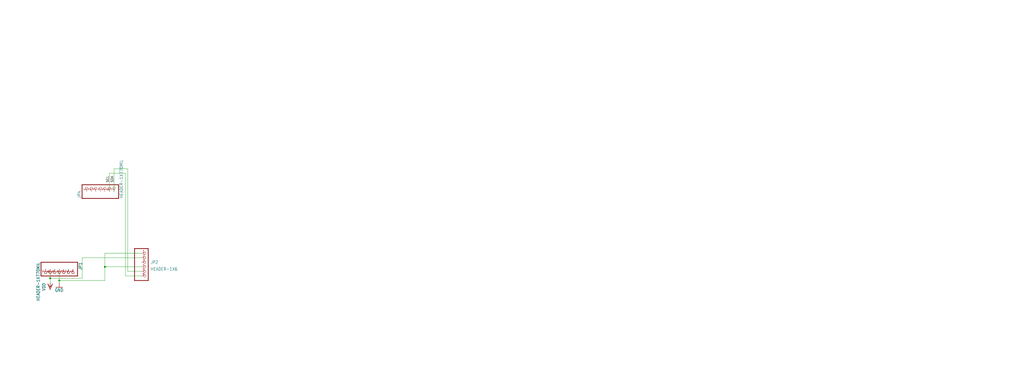
<source format=kicad_sch>
(kicad_sch (version 20211123) (generator eeschema)
  (paper "User" 570.255 210.007)
  (lib_symbols
    (symbol "Adafruit VL6180:HEADER-1X6"
      (property "Reference" "JP" (at -6.35 10.795 0))
      (property "Value" "HEADER-1X6" (at -6.35 -10.16 0))
      (symbol "HEADER-1X6_1_0"
        (polyline (pts (xy -6.35 -7.62) (xy 1.27 -7.62)) (stroke (width 0.4064)))
        (polyline (pts (xy -6.35 10.16) (xy -6.35 -7.62)) (stroke (width 0.4064)))
        (polyline (pts (xy 1.27 -7.62) (xy 1.27 10.16)) (stroke (width 0.4064)))
        (polyline (pts (xy 1.27 10.16) (xy -6.35 10.16)) (stroke (width 0.4064)))
        (pin passive inverted (at -2.54 7.62 0) (length 2.54) (name "1") (number "1"))
        (pin passive inverted (at -2.54 5.08 0) (length 2.54) (name "2") (number "2"))
        (pin passive inverted (at -2.54 2.54 0) (length 2.54) (name "3") (number "3"))
        (pin passive inverted (at -2.54 0 0) (length 2.54) (name "4") (number "4"))
        (pin passive inverted (at -2.54 -2.54 0) (length 2.54) (name "5") (number "5"))
        (pin passive inverted (at -2.54 -5.08 0) (length 2.54) (name "6") (number "6"))
      )
    )
    (symbol "AlphaNumeric Featherwing rev A-eagle-import:GND" (power)
      (property "Value" "GND" (at -2.54 -2.54 0))
      (symbol "GND_1_0"
        (polyline (pts (xy -1.905 0) (xy 1.905 0)) (stroke (width 0.254)))
        (pin power_in line (at 0 2.54 270) (length 2.54) (name "GND") (number "1"))
      )
    )
    (symbol "AlphaNumeric Featherwing rev A-eagle-import:HEADER-1X770MIL"
      (property "Reference" "JP" (at -6.35 10.795 0))
      (property "Value" "HEADER-1X770MIL" (at -6.35 -12.7 0))
      (symbol "HEADER-1X770MIL_1_0"
        (polyline (pts (xy -6.35 -10.16) (xy 1.27 -10.16)) (stroke (width 0.4064)))
        (polyline (pts (xy -6.35 10.16) (xy -6.35 -10.16)) (stroke (width 0.4064)))
        (polyline (pts (xy 1.27 -10.16) (xy 1.27 10.16)) (stroke (width 0.4064)))
        (polyline (pts (xy 1.27 10.16) (xy -6.35 10.16)) (stroke (width 0.4064)))
        (pin passive inverted (at -2.54 7.62 0) (length 2.54) (name "1") (number "1"))
        (pin passive inverted (at -2.54 5.08 0) (length 2.54) (name "2") (number "2"))
        (pin passive inverted (at -2.54 2.54 0) (length 2.54) (name "3") (number "3"))
        (pin passive inverted (at -2.54 0 0) (length 2.54) (name "4") (number "4"))
        (pin passive inverted (at -2.54 -2.54 0) (length 2.54) (name "5") (number "5"))
        (pin passive inverted (at -2.54 -5.08 0) (length 2.54) (name "6") (number "6"))
        (pin passive inverted (at -2.54 -7.62 0) (length 2.54) (name "7") (number "7"))
      )
    )
    (symbol "AlphaNumeric Featherwing rev A-eagle-import:VDD" (power)
      (property "Value" "VDD" (at -2.54 -2.54 90))
      (symbol "VDD_1_0"
        (polyline (pts (xy 0 0) (xy -1.27 -1.905)) (stroke (width 0.254)))
        (polyline (pts (xy 0 1.27) (xy -1.27 -1.905)) (stroke (width 0.254)))
        (polyline (pts (xy 1.27 -1.905) (xy 0 0)) (stroke (width 0.254)))
        (polyline (pts (xy 1.27 -1.905) (xy 0 1.27)) (stroke (width 0.254)))
        (pin power_in line (at 0 -2.54 90) (length 2.54) (name "VDD") (number "1"))
      )
    )
  )
  (junction (at 58.42 148.59))
  (junction (at 27.94 154.94))
  (junction (at 33.02 156.21))
  (wire (pts (xy 33.02 157.48) (xy 33.02 156.21)))
  (wire (pts (xy 71.12 93.98) (xy 63.5 93.98)))
  (wire (pts (xy 58.42 140.97) (xy 58.42 148.59)))
  (wire (pts (xy 27.94 157.48) (xy 27.94 154.94)))
  (wire (pts (xy 27.94 154.94) (xy 27.94 149.86)))
  (wire (pts (xy 45.72 154.94) (xy 27.94 154.94)))
  (wire (pts (xy 58.42 156.21) (xy 33.02 156.21)))
  (wire (pts (xy 78.74 148.59) (xy 58.42 148.59)))
  (wire (pts (xy 60.96 96.52) (xy 60.96 106.68)))
  (wire (pts (xy 78.74 153.67) (xy 69.85 153.67)))
  (wire (pts (xy 78.74 151.13) (xy 71.12 151.13)))
  (wire (pts (xy 71.12 151.13) (xy 71.12 93.98)))
  (wire (pts (xy 78.74 140.97) (xy 58.42 140.97)))
  (wire (pts (xy 69.85 153.67) (xy 69.85 96.52)))
  (wire (pts (xy 63.5 106.68) (xy 63.5 93.98)))
  (wire (pts (xy 33.02 156.21) (xy 33.02 149.86)))
  (wire (pts (xy 78.74 143.51) (xy 45.72 143.51)))
  (wire (pts (xy 69.85 96.52) (xy 60.96 96.52)))
  (wire (pts (xy 45.72 143.51) (xy 45.72 154.94)))
  (wire (pts (xy 58.42 148.59) (xy 58.42 156.21)))
  (label "SDA" (at 63.5 101.6 90) (effects (font (size 1.2446 1.2446))))
  (label "SCL" (at 60.96 101.6 90) (effects (font (size 1.2446 1.2446))))
  (symbol (lib_id "AlphaNumeric Featherwing rev A-eagle-import:VDD") (at 27.94 160.02 0) (mirror x) (unit 1)
    (property "Reference" "#VDD03" (effects hide))
    (property "Value" "VDD" (at 25.4 157.48 90) (effects (font (size 1.778 1.5113)) (justify left bottom)))
    (property "Footprint" "AlphaNumeric Featherwing rev A:" (effects hide))
  )
  (symbol (lib_id "AlphaNumeric Featherwing rev A-eagle-import:HEADER-1X770MIL") (at 33.02 152.4 270) (unit 1)
    (property "Reference" "JP1" (at 43.815 146.05 0) (effects (font (size 1.778 1.5113)) (justify left bottom)))
    (property "Value" "HEADER-1X770MIL" (at 20.32 146.05 0) (effects (font (size 1.778 1.5113)) (justify left bottom)))
    (property "Footprint" "AlphaNumeric Featherwing rev A:1X07_ROUND_70" (effects hide))
  )
  (symbol (lib_id "Adafruit VL6180:HEADER-1X6") (at 81.28 148.59 0) (unit 1)
    (property "Reference" "JP2" (at 83.82 146.05 0) (effects (font (size 1.778 1.5113)) (justify left)))
    (property "Value" "HEADER-1X6" (at 83.82 149.86 0) (effects (font (size 1.778 1.5113)) (justify left)))
    (property "Footprint" "Adafruit NeoPixel 8 Stick:1X4-SMT" (effects hide))
  )
  (symbol (lib_id "AlphaNumeric Featherwing rev A-eagle-import:GND") (at 33.02 160.02 0) (unit 1)
    (property "Reference" "#GND01" (effects hide))
    (property "Value" "GND" (at 30.48 162.56 0) (effects (font (size 1.778 1.5113)) (justify left bottom)))
    (property "Footprint" "AlphaNumeric Featherwing rev A:" (effects hide))
  )
  (symbol (lib_id "AlphaNumeric Featherwing rev A-eagle-import:HEADER-1X770MIL") (at 55.88 104.14 90) (unit 1)
    (property "Reference" "JP4" (at 45.085 110.49 0) (effects (font (size 1.778 1.5113)) (justify left bottom)))
    (property "Value" "HEADER-1X770MIL" (at 68.58 110.49 0) (effects (font (size 1.778 1.5113)) (justify left bottom)))
    (property "Footprint" "AlphaNumeric Featherwing rev A:1X07_ROUND_70" (effects hide))
  )
)
</source>
